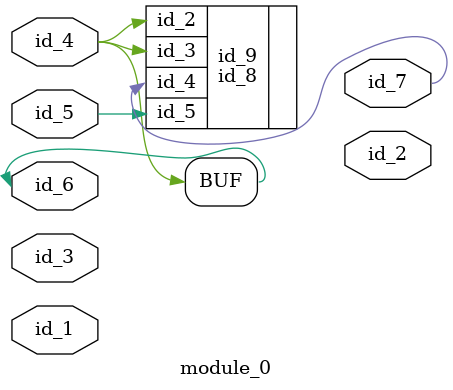
<source format=v>
module module_0 (
    id_1,
    id_2,
    id_3,
    id_4,
    id_5,
    id_6,
    id_7
);
  output id_7;
  input id_6;
  input id_5;
  input id_4;
  input id_3;
  output id_2;
  input id_1;
  id_8 id_9 (
      .id_4(id_7),
      .id_3(id_6),
      .id_5(id_6),
      .id_5(id_5),
      .id_2(id_4)
  );
  assign id_6 = id_4;
  id_10 id_11 (
      .id_9(id_1),
      .id_1(id_3),
      .id_3(id_1 & id_1),
      .id_1(1),
      .id_5(id_9),
      .id_9(1),
      .id_4(id_12)
  );
endmodule

</source>
